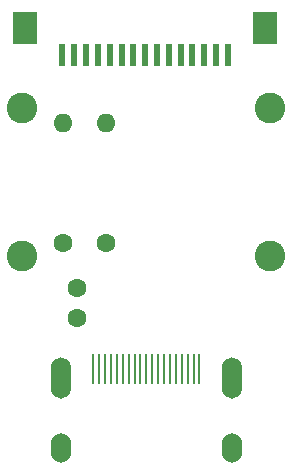
<source format=gbr>
%TF.GenerationSoftware,KiCad,Pcbnew,8.0.5*%
%TF.CreationDate,2024-12-17T10:43:13+01:00*%
%TF.ProjectId,ffc2hdmi,66666332-6864-46d6-992e-6b696361645f,rev?*%
%TF.SameCoordinates,Original*%
%TF.FileFunction,Soldermask,Top*%
%TF.FilePolarity,Negative*%
%FSLAX46Y46*%
G04 Gerber Fmt 4.6, Leading zero omitted, Abs format (unit mm)*
G04 Created by KiCad (PCBNEW 8.0.5) date 2024-12-17 10:43:13*
%MOMM*%
%LPD*%
G01*
G04 APERTURE LIST*
%ADD10C,2.600000*%
%ADD11R,0.600000X1.900000*%
%ADD12R,2.100000X2.799999*%
%ADD13C,1.600000*%
%ADD14O,1.600000X1.600000*%
%ADD15R,0.280000X2.600000*%
%ADD16O,1.703200X3.503200*%
%ADD17O,1.703200X2.503200*%
G04 APERTURE END LIST*
D10*
%TO.C,@HOLE1*%
X138101100Y-91753600D03*
%TD*%
D11*
%TO.C,X1*%
X155499972Y-87274999D03*
X154499971Y-87274999D03*
X153499971Y-87274999D03*
X152499973Y-87274999D03*
X151499972Y-87274999D03*
X150499972Y-87274999D03*
X149499971Y-87274999D03*
X148499971Y-87274999D03*
X147499973Y-87274999D03*
X146499972Y-87274999D03*
X145499972Y-87274999D03*
X144499971Y-87274999D03*
X143499971Y-87274999D03*
X142499973Y-87274999D03*
X141499972Y-87274999D03*
D12*
X158649972Y-84924999D03*
X138350000Y-84924999D03*
%TD*%
D13*
%TO.C,R2*%
X141525000Y-103135000D03*
D14*
X141525000Y-92975000D03*
%TD*%
D13*
%TO.C,C2*%
X142725000Y-109475000D03*
X142725000Y-106975000D03*
%TD*%
D15*
%TO.C,HDMI*%
X144100000Y-113800000D03*
X144600000Y-113800000D03*
X145100000Y-113800000D03*
X145600000Y-113800000D03*
X146100000Y-113800000D03*
X146600000Y-113800000D03*
X147100000Y-113800000D03*
X147600000Y-113800000D03*
X148100000Y-113800000D03*
X148600000Y-113800000D03*
X149100000Y-113800000D03*
X149600000Y-113800000D03*
X150100000Y-113800000D03*
X150600000Y-113800000D03*
X151100000Y-113800000D03*
X151600000Y-113800000D03*
X152100000Y-113800000D03*
X152600000Y-113800000D03*
X153100000Y-113800000D03*
D16*
X141350000Y-114560000D03*
D17*
X141350000Y-120510000D03*
X155850000Y-120510000D03*
D16*
X155850000Y-114560000D03*
%TD*%
D10*
%TO.C,@HOLE0*%
X159101100Y-91753600D03*
%TD*%
%TO.C,@HOLE2*%
X138100000Y-104254000D03*
%TD*%
D13*
%TO.C,R1*%
X145200000Y-103135000D03*
D14*
X145200000Y-92975000D03*
%TD*%
D10*
%TO.C,@HOLE3*%
X159100000Y-104254000D03*
%TD*%
M02*

</source>
